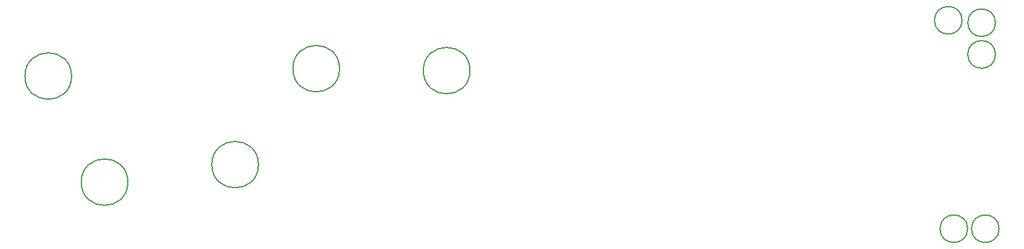
<source format=gbr>
%TF.GenerationSoftware,KiCad,Pcbnew,8.0.0*%
%TF.CreationDate,2024-08-29T00:31:50-07:00*%
%TF.ProjectId,sled,736c6564-2e6b-4696-9361-645f70636258,rev?*%
%TF.SameCoordinates,Original*%
%TF.FileFunction,Other,Comment*%
%FSLAX46Y46*%
G04 Gerber Fmt 4.6, Leading zero omitted, Abs format (unit mm)*
G04 Created by KiCad (PCBNEW 8.0.0) date 2024-08-29 00:31:50*
%MOMM*%
%LPD*%
G01*
G04 APERTURE LIST*
%ADD10C,0.150000*%
G04 APERTURE END LIST*
D10*
%TO.C,H1*%
X171627502Y-52393444D02*
G75*
G02*
X165227502Y-52393444I-3200000J0D01*
G01*
X165227502Y-52393444D02*
G75*
G02*
X171627502Y-52393444I3200000J0D01*
G01*
%TO.C,H5*%
X124700000Y-67750000D02*
G75*
G02*
X118300000Y-67750000I-3200000J0D01*
G01*
X118300000Y-67750000D02*
G75*
G02*
X124700000Y-67750000I3200000J0D01*
G01*
%TO.C,H6*%
X239136000Y-45466000D02*
G75*
G02*
X235336000Y-45466000I-1900000J0D01*
G01*
X235336000Y-45466000D02*
G75*
G02*
X239136000Y-45466000I1900000J0D01*
G01*
%TO.C,H8*%
X239898000Y-74168000D02*
G75*
G02*
X236098000Y-74168000I-1900000J0D01*
G01*
X236098000Y-74168000D02*
G75*
G02*
X239898000Y-74168000I1900000J0D01*
G01*
%TO.C,H9*%
X244216000Y-74168000D02*
G75*
G02*
X240416000Y-74168000I-1900000J0D01*
G01*
X240416000Y-74168000D02*
G75*
G02*
X244216000Y-74168000I1900000J0D01*
G01*
%TO.C,H11*%
X243708000Y-50165000D02*
G75*
G02*
X239908000Y-50165000I-1900000J0D01*
G01*
X239908000Y-50165000D02*
G75*
G02*
X243708000Y-50165000I1900000J0D01*
G01*
%TO.C,H3*%
X116980646Y-53142541D02*
G75*
G02*
X110580646Y-53142541I-3200000J0D01*
G01*
X110580646Y-53142541D02*
G75*
G02*
X116980646Y-53142541I3200000J0D01*
G01*
%TO.C,H4*%
X142616333Y-65335328D02*
G75*
G02*
X136216333Y-65335328I-3200000J0D01*
G01*
X136216333Y-65335328D02*
G75*
G02*
X142616333Y-65335328I3200000J0D01*
G01*
%TO.C,H10*%
X243708000Y-45796200D02*
G75*
G02*
X239908000Y-45796200I-1900000J0D01*
G01*
X239908000Y-45796200D02*
G75*
G02*
X243708000Y-45796200I1900000J0D01*
G01*
%TO.C,H2*%
X153732490Y-52126007D02*
G75*
G02*
X147332490Y-52126007I-3200000J0D01*
G01*
X147332490Y-52126007D02*
G75*
G02*
X153732490Y-52126007I3200000J0D01*
G01*
%TD*%
M02*

</source>
